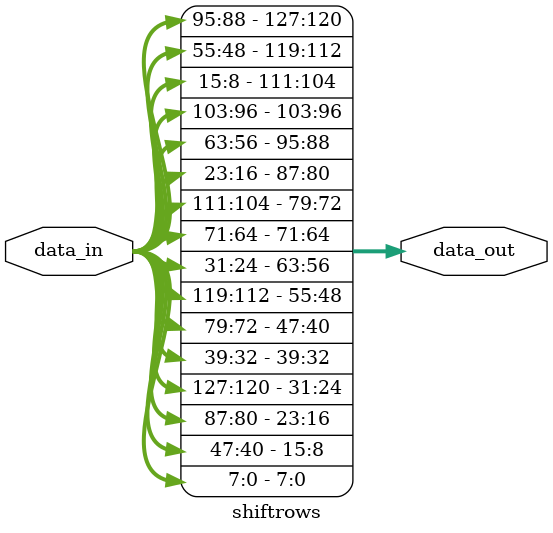
<source format=v>
`timescale 1ns / 1ps
module shiftrows(data_in,data_out);
	input [127:0]data_in;
	output[127:0]data_out;
	
	assign data_out[127:120]=data_in[95:88];
	assign data_out[119:112]=data_in[55:48];
	assign data_out[111:104]=data_in[15:8];
	assign data_out[103:96]= data_in[103:96];
	
	
	assign data_out[95:88]=data_in[63:56];
	assign data_out[87:80]=data_in[23:16];
	assign data_out[79:72]=data_in[111:104];
	assign data_out[71:64]=data_in[71:64];
	
	assign data_out[63:56]=data_in[31:24];
	assign data_out[55:48]=data_in[119:112];
	assign data_out[47:40]=data_in[79:72];
	assign data_out[39:32]=data_in[39:32];
	
	assign data_out[31:24]=data_in[127:120];
	assign data_out[23:16]=data_in[87:80];
	assign data_out[15:8]= data_in[47:40];
	assign data_out[7:0]=data_in[7:0];
endmodule

</source>
